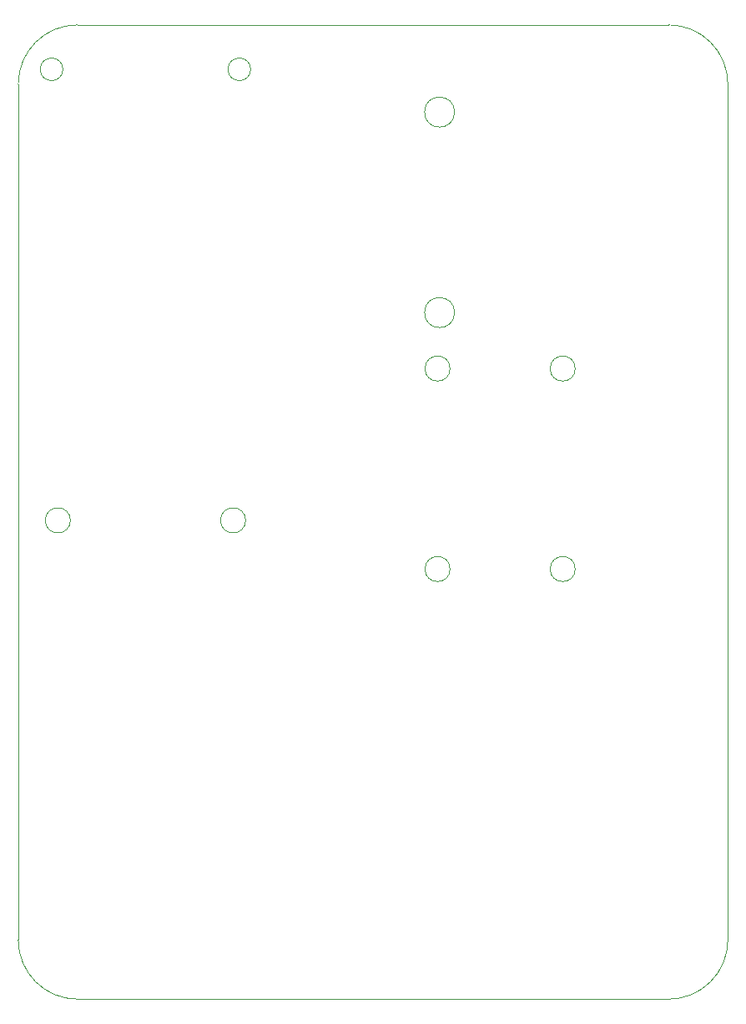
<source format=gbr>
%TF.GenerationSoftware,KiCad,Pcbnew,(6.0.10-0)*%
%TF.CreationDate,2023-01-18T17:38:16-08:00*%
%TF.ProjectId,Pioneer Controller V2,50696f6e-6565-4722-9043-6f6e74726f6c,rev?*%
%TF.SameCoordinates,Original*%
%TF.FileFunction,Profile,NP*%
%FSLAX46Y46*%
G04 Gerber Fmt 4.6, Leading zero omitted, Abs format (unit mm)*
G04 Created by KiCad (PCBNEW (6.0.10-0)) date 2023-01-18 17:38:16*
%MOMM*%
%LPD*%
G01*
G04 APERTURE LIST*
%TA.AperFunction,Profile*%
%ADD10C,0.100000*%
%TD*%
%TA.AperFunction,Profile*%
%ADD11C,0.120000*%
%TD*%
G04 APERTURE END LIST*
D10*
X101000000Y-28000000D02*
G75*
G03*
X95000000Y-22000000I-6000000J0D01*
G01*
X35000000Y-120757359D02*
X95000000Y-120757359D01*
X101000000Y-114757359D02*
X101000000Y-28000000D01*
X95000000Y-120757360D02*
G75*
G03*
X101000000Y-114757359I0J6000000D01*
G01*
X35000000Y-22000000D02*
X95000000Y-22000000D01*
X35000000Y-22000000D02*
G75*
G03*
X29000000Y-28000000I0J-6000000D01*
G01*
X29000000Y-28000000D02*
X29000000Y-114757359D01*
X29000041Y-114757359D02*
G75*
G03*
X35000000Y-120757359I5999959J-41D01*
G01*
D11*
%TO.C,U1*%
X33523000Y-26505000D02*
G75*
G03*
X33523000Y-26505000I-1143000J0D01*
G01*
X52573000Y-26505000D02*
G75*
G03*
X52573000Y-26505000I-1143000J0D01*
G01*
X34285000Y-72225000D02*
G75*
G03*
X34285000Y-72225000I-1270000J0D01*
G01*
X52065000Y-72225000D02*
G75*
G03*
X52065000Y-72225000I-1270000J0D01*
G01*
%TO.C,U5*%
X85510000Y-77160000D02*
G75*
G03*
X85510000Y-77160000I-1270000J0D01*
G01*
X85510000Y-56840000D02*
G75*
G03*
X85510000Y-56840000I-1270000J0D01*
G01*
X72810000Y-56840000D02*
G75*
G03*
X72810000Y-56840000I-1270000J0D01*
G01*
X72810000Y-77160000D02*
G75*
G03*
X72810000Y-77160000I-1270000J0D01*
G01*
%TO.C,U3*%
X73269000Y-30840000D02*
G75*
G03*
X73269000Y-30840000I-1524000J0D01*
G01*
X73269000Y-51160000D02*
G75*
G03*
X73269000Y-51160000I-1524000J0D01*
G01*
%TD*%
M02*

</source>
